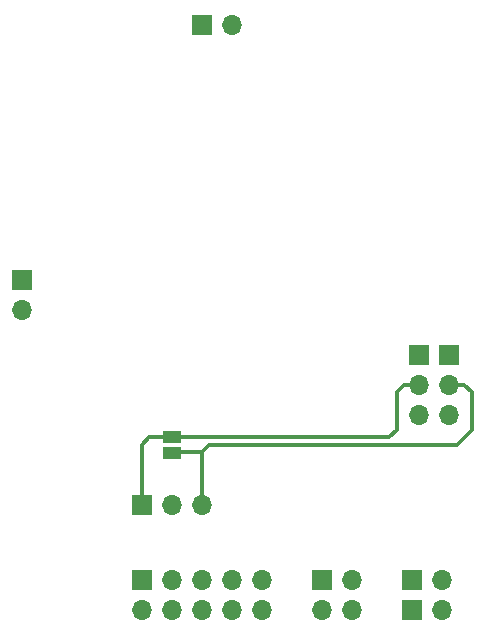
<source format=gbl>
G04 #@! TF.GenerationSoftware,KiCad,Pcbnew,6.0.4+dfsg-1+b1*
G04 #@! TF.CreationDate,2022-04-24T00:25:44+03:00*
G04 #@! TF.ProjectId,yatabaza-amp,79617461-6261-47a6-912d-616d702e6b69,rev?*
G04 #@! TF.SameCoordinates,Original*
G04 #@! TF.FileFunction,Copper,L2,Bot*
G04 #@! TF.FilePolarity,Positive*
%FSLAX46Y46*%
G04 Gerber Fmt 4.6, Leading zero omitted, Abs format (unit mm)*
G04 Created by KiCad (PCBNEW 6.0.4+dfsg-1+b1) date 2022-04-24 00:25:44*
%MOMM*%
%LPD*%
G01*
G04 APERTURE LIST*
G04 #@! TA.AperFunction,ComponentPad*
%ADD10R,1.700000X1.700000*%
G04 #@! TD*
G04 #@! TA.AperFunction,ComponentPad*
%ADD11O,1.700000X1.700000*%
G04 #@! TD*
G04 #@! TA.AperFunction,SMDPad,CuDef*
%ADD12R,1.500000X1.000000*%
G04 #@! TD*
G04 #@! TA.AperFunction,Conductor*
%ADD13C,0.375000*%
G04 #@! TD*
G04 APERTURE END LIST*
D10*
X36195000Y-19685000D03*
D11*
X38735000Y-19685000D03*
D10*
X20955000Y-41275000D03*
D11*
X20955000Y-43815000D03*
D10*
X31115000Y-60325000D03*
D11*
X33655000Y-60325000D03*
X36195000Y-60325000D03*
D10*
X54610000Y-47625000D03*
D11*
X54610000Y-50165000D03*
X54610000Y-52705000D03*
D10*
X57150000Y-47625000D03*
D11*
X57150000Y-50165000D03*
X57150000Y-52705000D03*
D10*
X31115000Y-66675000D03*
D11*
X31115000Y-69215000D03*
X33655000Y-66675000D03*
X33655000Y-69215000D03*
X36195000Y-66675000D03*
X36195000Y-69215000D03*
X38735000Y-66675000D03*
X38735000Y-69215000D03*
X41275000Y-66675000D03*
X41275000Y-69215000D03*
D10*
X46355000Y-66675000D03*
D11*
X46355000Y-69215000D03*
X48895000Y-66675000D03*
X48895000Y-69215000D03*
D12*
X33655000Y-55895000D03*
X33655000Y-54595000D03*
D10*
X53975000Y-69215000D03*
D11*
X56515000Y-69215000D03*
D10*
X53975000Y-66675000D03*
D11*
X56515000Y-66675000D03*
D13*
X53340000Y-50165000D02*
X52705000Y-50800000D01*
X52705000Y-50800000D02*
X52705000Y-53975000D01*
X52705000Y-53975000D02*
X52070000Y-54610000D01*
X33655000Y-54610000D02*
X52070000Y-54610000D01*
X31750000Y-54610000D02*
X31115000Y-55245000D01*
X31115000Y-55245000D02*
X31115000Y-60325000D01*
X33655000Y-54610000D02*
X31750000Y-54610000D01*
X54610000Y-50165000D02*
X53340000Y-50165000D01*
X58420000Y-50165000D02*
X59055000Y-50800000D01*
X59055000Y-50800000D02*
X59055000Y-53975000D01*
X59055000Y-53975000D02*
X57785000Y-55245000D01*
X57785000Y-55245000D02*
X36830000Y-55245000D01*
X36195000Y-60325000D02*
X36195000Y-55880000D01*
X36195000Y-55880000D02*
X36830000Y-55245000D01*
X57150000Y-50165000D02*
X58420000Y-50165000D01*
X33655000Y-55880000D02*
X36195000Y-55880000D01*
M02*

</source>
